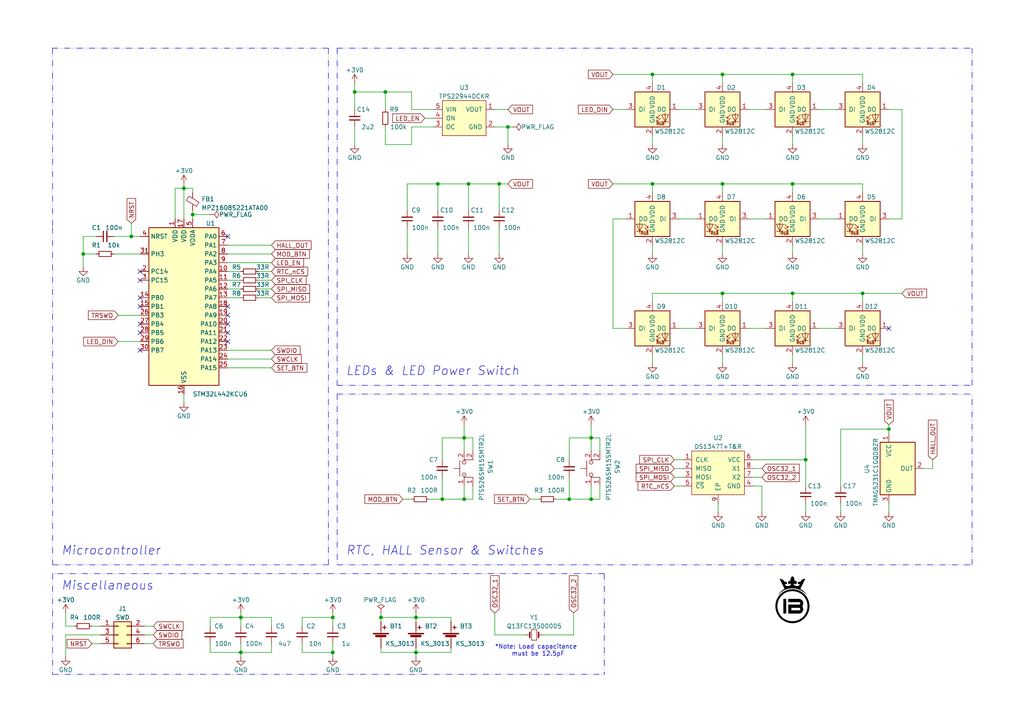
<source format=kicad_sch>
(kicad_sch (version 20230121) (generator eeschema)
  (paper "A4")
  (title_block (title "LED Fidget Spinner") (date "2023-04-24") (rev "1.0") (company "IB"))
  (lib_symbols
    (symbol "Connector_Generic:Conn_02x03_Odd_Even" (pin_names (offset 1.016) hide)
      (property "Reference" "J" (at 1.27 5.08 0))
      (property "Value" "Conn_02x03_Odd_Even" (at 1.27 -5.08 0))
      (symbol "Conn_02x03_Odd_Even_1_1"
        (rectangle (start -1.27 -2.413) (end 0 -2.667) (stroke (width 0.1524)))
        (rectangle (start -1.27 0.127) (end 0 -0.127) (stroke (width 0.1524)))
        (rectangle (start -1.27 2.667) (end 0 2.413) (stroke (width 0.1524)))
        (rectangle (start -1.27 3.81) (end 3.81 -3.81) (stroke (width 0.254)) (fill (type background)))
        (rectangle (start 3.81 -2.413) (end 2.54 -2.667) (stroke (width 0.1524)))
        (rectangle (start 3.81 0.127) (end 2.54 -0.127) (stroke (width 0.1524)))
        (rectangle (start 3.81 2.667) (end 2.54 2.413) (stroke (width 0.1524)))
        (pin passive line (at -5.08 2.54 0) (length 3.81) (name "Pin_1") (number "1"))
        (pin passive line (at 7.62 2.54 180) (length 3.81) (name "Pin_2") (number "2"))
        (pin passive line (at -5.08 0 0) (length 3.81) (name "Pin_3") (number "3"))
        (pin passive line (at 7.62 0 180) (length 3.81) (name "Pin_4") (number "4"))
        (pin passive line (at -5.08 -2.54 0) (length 3.81) (name "Pin_5") (number "5"))
        (pin passive line (at 7.62 -2.54 180) (length 3.81) (name "Pin_6") (number "6"))
      )
    )
    (symbol "Device:Battery_Cell" (pin_numbers hide) (pin_names (offset 0) hide)
      (property "Reference" "BT" (at 2.54 2.54 0))
      (property "Value" "Battery_Cell" (at 2.54 0 0))
      (symbol "Battery_Cell_0_1"
        (rectangle (start -2.286 1.778) (end 2.286 1.524) (fill (type outline)))
        (rectangle (start -1.5748 1.1938) (end 1.4732 0.6858) (fill (type outline)))
        (polyline (pts (xy 0 0.762) (xy 0 0)))
        (polyline (pts (xy 0 1.778) (xy 0 2.54)))
        (polyline (pts (xy 0.508 3.429) (xy 1.524 3.429)) (stroke (width 0.254)))
        (polyline (pts (xy 1.016 3.937) (xy 1.016 2.921)) (stroke (width 0.254)))
      )
      (symbol "Battery_Cell_1_1"
        (pin passive line (at 0 5.08 270) (length 2.54) (name "+") (number "1"))
        (pin passive line (at 0 -2.54 90) (length 2.54) (name "-") (number "2"))
      )
    )
    (symbol "Device:C_Small" (pin_numbers hide) (pin_names (offset 0.254) hide)
      (property "Reference" "C" (at 0.254 1.778 0))
      (property "Value" "C_Small" (at 0.254 -2.032 0))
      (symbol "C_Small_0_1"
        (polyline (pts (xy -1.524 -0.508) (xy 1.524 -0.508)) (stroke (width 0.3302)))
        (polyline (pts (xy -1.524 0.508) (xy 1.524 0.508)) (stroke (width 0.3048)))
      )
      (symbol "C_Small_1_1"
        (pin passive line (at 0 2.54 270) (length 2.032) (name "~") (number "1"))
        (pin passive line (at 0 -2.54 90) (length 2.032) (name "~") (number "2"))
      )
    )
    (symbol "Device:Crystal_Small" (pin_numbers hide) (pin_names (offset 1.016) hide)
      (property "Reference" "Y" (at 0 2.54 0))
      (property "Value" "Crystal_Small" (at 0 -2.54 0))
      (symbol "Crystal_Small_0_1"
        (rectangle (start -0.762 -1.524) (end 0.762 1.524))
        (polyline (pts (xy -1.27 -0.762) (xy -1.27 0.762)) (stroke (width 0.381)))
        (polyline (pts (xy 1.27 -0.762) (xy 1.27 0.762)) (stroke (width 0.381)))
      )
      (symbol "Crystal_Small_1_1"
        (pin passive line (at -2.54 0 0) (length 1.27) (name "1") (number "1"))
        (pin passive line (at 2.54 0 180) (length 1.27) (name "2") (number "2"))
      )
    )
    (symbol "Device:FerriteBead_Small" (pin_numbers hide) (pin_names (offset 0))
      (property "Reference" "FB" (at 1.905 1.27 0))
      (property "Value" "FerriteBead_Small" (at 1.905 -1.27 0))
      (symbol "FerriteBead_Small_0_1"
        (polyline (pts (xy 0 -1.27) (xy 0 -0.7874)))
        (polyline (pts (xy 0 0.889) (xy 0 1.2954)))
        (polyline (pts (xy -1.8288 0.2794) (xy -1.1176 1.4986) (xy 1.8288 -0.2032) (xy 1.1176 -1.4224) (xy -1.8288 0.2794)))
      )
      (symbol "FerriteBead_Small_1_1"
        (pin passive line (at 0 2.54 270) (length 1.27) (name "~") (number "1"))
        (pin passive line (at 0 -2.54 90) (length 1.27) (name "~") (number "2"))
      )
    )
    (symbol "Device:R_Small" (pin_numbers hide) (pin_names (offset 0.254) hide)
      (property "Reference" "R" (at 0.762 0.508 0))
      (property "Value" "R_Small" (at 0.762 -1.016 0))
      (symbol "R_Small_0_1"
        (rectangle (start -0.762 1.778) (end 0.762 -1.778) (stroke (width 0.2032)))
      )
      (symbol "R_Small_1_1"
        (pin passive line (at 0 2.54 270) (length 0.762) (name "~") (number "1"))
        (pin passive line (at 0 -2.54 90) (length 0.762) (name "~") (number "2"))
      )
    )
    (symbol "KiCadCustom:DS1347" (pin_names (offset 1.016))
      (property "Reference" "U" (at 0 7.62 0))
      (property "Value" "DS1347" (at 3.81 -7.62 0))
      (symbol "DS1347_0_1"
        (rectangle (start -7.62 6.35) (end 7.62 -6.35) (fill (type background)))
      )
      (symbol "DS1347_1_1"
        (pin input line (at -10.16 3.81 0) (length 2.54) (name "CLK") (number "1"))
        (pin bidirectional line (at -10.16 1.27 0) (length 2.54) (name "MISO") (number "2"))
        (pin input line (at -10.16 -1.27 0) (length 2.54) (name "MOSI") (number "3"))
        (pin power_in line (at 10.16 -3.81 180) (length 2.54) (name "GND") (number "4"))
        (pin input line (at -10.16 -3.81 0) (length 2.54) (name "~{CS}") (number "5"))
        (pin power_in line (at 10.16 3.81 180) (length 2.54) (name "VCC") (number "6"))
        (pin bidirectional line (at 10.16 -1.27 180) (length 2.54) (name "X2") (number "7"))
        (pin bidirectional line (at 10.16 1.27 180) (length 2.54) (name "X1") (number "8"))
        (pin passive line (at 0 -8.89 90) (length 2.54) (name "EP") (number "9"))
      )
    )
    (symbol "KiCadCustom:TPS22944DCKR" (pin_names (offset 1.016))
      (property "Reference" "U" (at 0 6.35 0))
      (property "Value" "TPS22944DCKR" (at 0 -6.35 0))
      (symbol "TPS22944DCKR_0_1"
        (rectangle (start -6.35 5.08) (end 6.35 -5.08) (fill (type background)))
      )
      (symbol "TPS22944DCKR_1_1"
        (pin power_out line (at 8.89 2.54 180) (length 2.54) (name "VOUT") (number "1"))
        (pin power_in line (at 8.89 -2.54 180) (length 2.54) (name "GND") (number "2"))
        (pin open_collector line (at -8.89 -2.54 0) (length 2.54) (name "OC") (number "3"))
        (pin input line (at -8.89 0 0) (length 2.54) (name "ON") (number "4"))
        (pin power_in line (at -8.89 2.54 0) (length 2.54) (name "VIN") (number "5"))
      )
    )
    (symbol "KiCadCustom:WS2812C" (pin_names (offset 1.016))
      (property "Reference" "D" (at 1.27 6.35 0))
      (property "Value" "WS2812C" (at 5.08 -6.35 0))
      (symbol "WS2812C_1_1"
        (polyline (pts (xy 1.27 -3.556) (xy 1.778 -3.556)))
        (polyline (pts (xy 1.27 -2.54) (xy 1.778 -2.54)))
        (polyline (pts (xy 4.699 -3.556) (xy 2.667 -3.556)))
        (polyline (pts (xy 2.286 -2.54) (xy 1.27 -3.556) (xy 1.27 -3.048)))
        (polyline (pts (xy 2.286 -1.524) (xy 1.27 -2.54) (xy 1.27 -2.032)))
        (polyline (pts (xy 3.683 -1.016) (xy 3.683 -3.556) (xy 3.683 -4.064)))
        (polyline (pts (xy 4.699 -1.524) (xy 2.667 -1.524) (xy 3.683 -3.556) (xy 4.699 -1.524)))
        (rectangle (start 5.08 5.08) (end -5.08 -5.08) (stroke (width 0.254)) (fill (type background)))
        (text "RGB" (at 2.286 -4.191 0) (effects (font (size 0.762 0.762))))
        (pin output line (at 7.62 0 180) (length 2.54) (name "DO") (number "1"))
        (pin power_in line (at 0 -7.62 90) (length 2.54) (name "GND") (number "2"))
        (pin input line (at -7.62 0 0) (length 2.54) (name "DI") (number "3"))
        (pin power_in line (at 0 7.62 270) (length 2.54) (name "VDD") (number "4"))
      )
    )
    (symbol "MCU_ST_STM32L4:STM32L442KCUx"
      (property "Reference" "U" (at -10.16 24.13 0))
      (property "Value" "STM32L442KCUx" (at 5.08 24.13 0))
      (symbol "STM32L442KCUx_0_1"
        (rectangle (start -10.16 -22.86) (end 10.16 22.86) (stroke (width 0.254)) (fill (type background)))
      )
      (symbol "STM32L442KCUx_1_1"
        (pin power_in line (at -2.54 25.4 270) (length 2.54) (name "VDD") (number "1"))
        (pin bidirectional line (at 12.7 10.16 180) (length 2.54) (name "PA4") (number "10"))
        (pin bidirectional line (at 12.7 7.62 180) (length 2.54) (name "PA5") (number "11"))
        (pin bidirectional line (at 12.7 5.08 180) (length 2.54) (name "PA6") (number "12"))
        (pin bidirectional line (at 12.7 2.54 180) (length 2.54) (name "PA7") (number "13"))
        (pin bidirectional line (at -12.7 2.54 0) (length 2.54) (name "PB0") (number "14"))
        (pin bidirectional line (at -12.7 0 0) (length 2.54) (name "PB1") (number "15"))
        (pin power_in line (at 0 -25.4 90) (length 2.54) (name "VSS") (number "16"))
        (pin power_in line (at 0 25.4 270) (length 2.54) (name "VDD") (number "17"))
        (pin bidirectional line (at 12.7 0 180) (length 2.54) (name "PA8") (number "18"))
        (pin bidirectional line (at 12.7 -2.54 180) (length 2.54) (name "PA9") (number "19"))
        (pin bidirectional line (at -12.7 10.16 0) (length 2.54) (name "PC14") (number "2"))
        (pin bidirectional line (at 12.7 -5.08 180) (length 2.54) (name "PA10") (number "20"))
        (pin bidirectional line (at 12.7 -7.62 180) (length 2.54) (name "PA11") (number "21"))
        (pin bidirectional line (at 12.7 -10.16 180) (length 2.54) (name "PA12") (number "22"))
        (pin bidirectional line (at 12.7 -12.7 180) (length 2.54) (name "PA13") (number "23"))
        (pin bidirectional line (at 12.7 -15.24 180) (length 2.54) (name "PA14") (number "24"))
        (pin bidirectional line (at 12.7 -17.78 180) (length 2.54) (name "PA15") (number "25"))
        (pin bidirectional line (at -12.7 -2.54 0) (length 2.54) (name "PB3") (number "26"))
        (pin bidirectional line (at -12.7 -5.08 0) (length 2.54) (name "PB4") (number "27"))
        (pin bidirectional line (at -12.7 -7.62 0) (length 2.54) (name "PB5") (number "28"))
        (pin bidirectional line (at -12.7 -10.16 0) (length 2.54) (name "PB6") (number "29"))
        (pin bidirectional line (at -12.7 7.62 0) (length 2.54) (name "PC15") (number "3"))
        (pin bidirectional line (at -12.7 -12.7 0) (length 2.54) (name "PB7") (number "30"))
        (pin bidirectional line (at -12.7 15.24 0) (length 2.54) (name "PH3") (number "31"))
        (pin passive line (at 0 -25.4 90) (length 2.54) hide (name "VSS") (number "32"))
        (pin passive line (at 0 -25.4 90) (length 2.54) hide (name "VSS") (number "33"))
        (pin input line (at -12.7 20.32 0) (length 2.54) (name "NRST") (number "4"))
        (pin power_in line (at 2.54 25.4 270) (length 2.54) (name "VDDA") (number "5"))
        (pin bidirectional line (at 12.7 20.32 180) (length 2.54) (name "PA0") (number "6"))
        (pin bidirectional line (at 12.7 17.78 180) (length 2.54) (name "PA1") (number "7"))
        (pin bidirectional line (at 12.7 15.24 180) (length 2.54) (name "PA2") (number "8"))
        (pin bidirectional line (at 12.7 12.7 180) (length 2.54) (name "PA3") (number "9"))
      )
    )
    (symbol "SW_MEC_5E_1" (pin_names (offset 1.016) hide)
      (property "Reference" "SW1" (at 5.08 2.54 0))
      (property "Value" "PTS526SM15SMTR2L" (at 2.54 10.16 0))
      (symbol "SW_MEC_5E_1_0_1"
        (circle (center -1.778 2.54) (radius 0.508))
        (polyline (pts (xy -2.286 3.81) (xy 2.286 3.81)))
        (polyline (pts (xy 0 3.81) (xy 0 5.588)))
        (polyline (pts (xy -2.54 0) (xy -2.54 2.54) (xy -2.286 2.54)))
        (polyline (pts (xy 2.54 0) (xy 2.54 2.54) (xy 2.286 2.54)))
        (circle (center 1.778 2.54) (radius 0.508))
        (pin passive line (at -5.08 0 0) (length 2.54) (name "1") (number "1"))
        (pin passive line (at -5.08 2.54 0) (length 2.54) (name "1") (number "1"))
        (pin passive line (at 5.08 0 180) (length 2.54) (name "2") (number "2"))
        (pin passive line (at 5.08 2.54 180) (length 2.54) (name "2") (number "2"))
      )
    )
    (symbol "Sensor_Magnetic:DRV5033AJxDBZ"
      (property "Reference" "U" (at 2.54 12.7 0))
      (property "Value" "DRV5033AJxDBZ" (at 2.54 10.16 0))
      (symbol "DRV5033AJxDBZ_1_1"
        (rectangle (start -5.08 7.62) (end 5.08 -7.62) (stroke (width 0.254)) (fill (type background)))
        (pin power_in line (at -2.54 10.16 270) (length 2.54) (name "VCC") (number "1"))
        (pin output line (at 7.62 0 180) (length 2.54) (name "OUT") (number "2"))
        (pin power_in line (at -2.54 -10.16 90) (length 2.54) (name "GND") (number "3"))
      )
    )
    (symbol "Switch:SW_MEC_5E" (pin_names (offset 1.016) hide)
      (property "Reference" "SW2" (at 5.08 2.54 0))
      (property "Value" "PTS526SM15SMTR2L" (at 2.54 10.16 0))
      (symbol "SW_MEC_5E_0_1"
        (circle (center -1.778 2.54) (radius 0.508))
        (polyline (pts (xy -2.286 3.81) (xy 2.286 3.81)))
        (polyline (pts (xy 0 3.81) (xy 0 5.588)))
        (polyline (pts (xy -2.54 0) (xy -2.54 2.54) (xy -2.286 2.54)))
        (polyline (pts (xy 2.54 0) (xy 2.54 2.54) (xy 2.286 2.54)))
        (circle (center 1.778 2.54) (radius 0.508))
        (pin passive line (at -5.08 0 0) (length 2.54) (name "1") (number "1"))
        (pin passive line (at -5.08 2.54 0) (length 2.54) (name "1") (number "1"))
        (pin passive line (at 5.08 0 180) (length 2.54) (name "2") (number "2"))
        (pin passive line (at 5.08 2.54 180) (length 2.54) (name "2") (number "2"))
      )
    )
    (symbol "power:+3V0" (power) (pin_names (offset 0))
      (property "Value" "+3V0" (at 0 3.556 0))
      (symbol "+3V0_0_1"
        (polyline (pts (xy -0.762 1.27) (xy 0 2.54)))
        (polyline (pts (xy 0 0) (xy 0 2.54)))
        (polyline (pts (xy 0 2.54) (xy 0.762 1.27)))
      )
      (symbol "+3V0_1_1"
        (pin power_in line (at 0 0 90) (length 0) hide (name "+3V0") (number "1"))
      )
    )
    (symbol "power:GND" (power) (pin_names (offset 0))
      (property "Value" "GND" (at 0 -3.81 0))
      (symbol "GND_0_1"
        (polyline (pts (xy 0 0) (xy 0 -1.27) (xy 1.27 -1.27) (xy 0 -2.54) (xy -1.27 -1.27) (xy 0 -1.27)))
      )
      (symbol "GND_1_1"
        (pin power_in line (at 0 0 270) (length 0) hide (name "GND") (number "1"))
      )
    )
    (symbol "power:PWR_FLAG" (power) (pin_numbers hide) (pin_names (offset 0) hide)
      (property "Value" "PWR_FLAG" (at 0 3.81 0))
      (symbol "PWR_FLAG_0_0"
        (pin power_out line (at 0 0 90) (length 0) (name "pwr") (number "1"))
      )
      (symbol "PWR_FLAG_0_1"
        (polyline (pts (xy 0 0) (xy 0 1.27) (xy -1.016 1.905) (xy 0 2.54) (xy 1.016 1.905) (xy 0 1.27)))
      )
    )
  )
  (junction (at 171.45 127))
  (junction (at 189.23 21.59))
  (junction (at 135.89 53.34))
  (junction (at 102.87 26.67))
  (junction (at 120.65 189.23))
  (junction (at 24.13 73.66))
  (junction (at 55.88 62.23))
  (junction (at 147.32 36.83))
  (junction (at 171.45 144.78))
  (junction (at 69.85 179.07))
  (junction (at 229.87 53.34))
  (junction (at 120.65 179.07))
  (junction (at 209.55 21.59))
  (junction (at 96.52 179.07))
  (junction (at 257.81 124.46))
  (junction (at 134.62 144.78))
  (junction (at 165.1 144.78))
  (junction (at 111.76 26.67))
  (junction (at 189.23 53.34))
  (junction (at 229.87 21.59))
  (junction (at 209.55 53.34))
  (junction (at 96.52 189.23))
  (junction (at 134.62 127))
  (junction (at 127 53.34))
  (junction (at 53.34 54.61))
  (junction (at 144.78 53.34))
  (junction (at 209.55 85.09))
  (junction (at 69.85 189.23))
  (junction (at 229.87 85.09))
  (junction (at 38.1 68.58))
  (junction (at 250.19 85.09))
  (junction (at 128.27 144.78))
  (junction (at 233.68 133.35))
  (junction (at 110.49 179.07))
  (no_connect (at 40.64 86.36))
  (no_connect (at 40.64 81.28))
  (no_connect (at 66.04 96.52))
  (no_connect (at 66.04 68.58))
  (no_connect (at 66.04 99.06))
  (no_connect (at 40.64 88.9))
  (no_connect (at 40.64 101.6))
  (no_connect (at 40.64 96.52))
  (no_connect (at 257.81 95.25))
  (no_connect (at 40.64 93.98))
  (no_connect (at 66.04 88.9))
  (no_connect (at 40.64 78.74))
  (no_connect (at 66.04 93.98))
  (no_connect (at 66.04 91.44))
  (wire (pts (xy 134.62 127) (xy 137.16 127)))
  (wire (pts (xy 147.32 36.83) (xy 147.32 41.91)))
  (wire (pts (xy 229.87 71.12) (xy 229.87 73.66)))
  (wire (pts (xy 127 53.34) (xy 127 60.96)))
  (polyline (pts (xy 97.79 114.3) (xy 281.94 114.3)) (stroke (width 0) (type dash_dot_dot)))
  (wire (pts (xy 120.65 179.07) (xy 130.81 179.07)))
  (wire (pts (xy 171.45 144.78) (xy 171.45 140.97)))
  (wire (pts (xy 128.27 127) (xy 134.62 127)))
  (polyline (pts (xy 15.24 66.04) (xy 15.24 163.83)) (stroke (width 0) (type dash_dot_dot)))
  (wire (pts (xy 130.81 189.23) (xy 120.65 189.23)))
  (polyline (pts (xy 175.26 166.37) (xy 15.24 166.37)) (stroke (width 0) (type dash_dot_dot)))
  (wire (pts (xy 102.87 24.13) (xy 102.87 26.67)))
  (wire (pts (xy 116.84 144.78) (xy 119.38 144.78)))
  (wire (pts (xy 96.52 186.69) (xy 96.52 189.23)))
  (wire (pts (xy 38.1 68.58) (xy 40.64 68.58)))
  (wire (pts (xy 66.04 78.74) (xy 69.85 78.74)))
  (polyline (pts (xy 175.26 166.37) (xy 175.26 195.58)) (stroke (width 0) (type dash_dot_dot)))
  (wire (pts (xy 166.37 184.15) (xy 157.48 184.15)))
  (wire (pts (xy 143.51 36.83) (xy 147.32 36.83)))
  (wire (pts (xy 250.19 85.09) (xy 261.62 85.09)))
  (wire (pts (xy 171.45 144.78) (xy 173.99 144.78)))
  (polyline (pts (xy 281.94 111.76) (xy 281.94 13.97)) (stroke (width 0) (type dash_dot_dot)))
  (wire (pts (xy 69.85 189.23) (xy 78.74 189.23)))
  (wire (pts (xy 119.38 26.67) (xy 119.38 31.75)))
  (wire (pts (xy 96.52 179.07) (xy 96.52 181.61)))
  (wire (pts (xy 55.88 62.23) (xy 60.96 62.23)))
  (wire (pts (xy 250.19 55.88) (xy 250.19 53.34)))
  (wire (pts (xy 53.34 54.61) (xy 55.88 54.61)))
  (wire (pts (xy 87.63 189.23) (xy 96.52 189.23)))
  (wire (pts (xy 165.1 144.78) (xy 171.45 144.78)))
  (wire (pts (xy 261.62 31.75) (xy 261.62 63.5)))
  (wire (pts (xy 233.68 133.35) (xy 233.68 140.97)))
  (wire (pts (xy 217.17 31.75) (xy 222.25 31.75)))
  (wire (pts (xy 233.68 146.05) (xy 233.68 148.59)))
  (wire (pts (xy 87.63 179.07) (xy 87.63 181.61)))
  (wire (pts (xy 78.74 186.69) (xy 78.74 189.23)))
  (wire (pts (xy 257.81 63.5) (xy 261.62 63.5)))
  (polyline (pts (xy 97.79 163.83) (xy 281.94 163.83)) (stroke (width 0) (type dash_dot_dot)))
  (wire (pts (xy 171.45 127) (xy 173.99 127)))
  (wire (pts (xy 209.55 39.37) (xy 209.55 41.91)))
  (wire (pts (xy 66.04 71.12) (xy 78.74 71.12)))
  (wire (pts (xy 27.94 68.58) (xy 24.13 68.58)))
  (wire (pts (xy 209.55 21.59) (xy 229.87 21.59)))
  (wire (pts (xy 60.96 179.07) (xy 60.96 181.61)))
  (wire (pts (xy 237.49 95.25) (xy 242.57 95.25)))
  (wire (pts (xy 110.49 187.96) (xy 110.49 189.23)))
  (wire (pts (xy 60.96 189.23) (xy 69.85 189.23)))
  (wire (pts (xy 189.23 85.09) (xy 209.55 85.09)))
  (wire (pts (xy 177.8 21.59) (xy 189.23 21.59)))
  (wire (pts (xy 144.78 66.04) (xy 144.78 73.66)))
  (polyline (pts (xy 97.79 13.97) (xy 97.79 111.76)) (stroke (width 0) (type dash_dot_dot)))
  (wire (pts (xy 19.05 184.15) (xy 19.05 190.5)))
  (wire (pts (xy 144.78 60.96) (xy 144.78 53.34)))
  (wire (pts (xy 110.49 180.34) (xy 110.49 179.07)))
  (wire (pts (xy 66.04 104.14) (xy 78.74 104.14)))
  (wire (pts (xy 208.28 146.05) (xy 208.28 148.59)))
  (wire (pts (xy 74.93 83.82) (xy 78.74 83.82)))
  (polyline (pts (xy 15.24 163.83) (xy 95.25 163.83)) (stroke (width 0) (type dash_dot_dot)))
  (wire (pts (xy 177.8 31.75) (xy 181.61 31.75)))
  (wire (pts (xy 134.62 127) (xy 134.62 130.81)))
  (wire (pts (xy 134.62 144.78) (xy 134.62 140.97)))
  (wire (pts (xy 69.85 179.07) (xy 69.85 181.61)))
  (wire (pts (xy 250.19 85.09) (xy 250.19 87.63)))
  (wire (pts (xy 189.23 71.12) (xy 189.23 73.66)))
  (wire (pts (xy 102.87 26.67) (xy 111.76 26.67)))
  (wire (pts (xy 87.63 186.69) (xy 87.63 189.23)))
  (wire (pts (xy 135.89 53.34) (xy 135.89 60.96)))
  (wire (pts (xy 173.99 130.81) (xy 173.99 127)))
  (wire (pts (xy 74.93 86.36) (xy 78.74 86.36)))
  (wire (pts (xy 173.99 140.97) (xy 173.99 144.78)))
  (wire (pts (xy 34.29 99.06) (xy 40.64 99.06)))
  (wire (pts (xy 55.88 62.23) (xy 55.88 63.5)))
  (wire (pts (xy 134.62 144.78) (xy 137.16 144.78)))
  (wire (pts (xy 123.19 34.29) (xy 125.73 34.29)))
  (wire (pts (xy 137.16 140.97) (xy 137.16 144.78)))
  (wire (pts (xy 250.19 71.12) (xy 250.19 73.66)))
  (wire (pts (xy 124.46 144.78) (xy 128.27 144.78)))
  (wire (pts (xy 55.88 60.96) (xy 55.88 62.23)))
  (wire (pts (xy 243.84 140.97) (xy 243.84 124.46)))
  (wire (pts (xy 120.65 177.8) (xy 120.65 179.07)))
  (wire (pts (xy 144.78 53.34) (xy 135.89 53.34)))
  (wire (pts (xy 189.23 102.87) (xy 189.23 105.41)))
  (polyline (pts (xy 97.79 114.3) (xy 97.79 163.83)) (stroke (width 0) (type dash_dot_dot)))
  (wire (pts (xy 119.38 41.91) (xy 111.76 41.91)))
  (wire (pts (xy 21.59 181.61) (xy 19.05 181.61)))
  (wire (pts (xy 110.49 179.07) (xy 120.65 179.07)))
  (wire (pts (xy 189.23 24.13) (xy 189.23 21.59)))
  (wire (pts (xy 137.16 130.81) (xy 137.16 127)))
  (wire (pts (xy 128.27 138.43) (xy 128.27 144.78)))
  (wire (pts (xy 120.65 179.07) (xy 120.65 180.34)))
  (wire (pts (xy 87.63 179.07) (xy 96.52 179.07)))
  (wire (pts (xy 53.34 53.34) (xy 53.34 54.61)))
  (wire (pts (xy 111.76 36.83) (xy 111.76 41.91)))
  (polyline (pts (xy 15.24 13.97) (xy 15.24 66.04)) (stroke (width 0) (type dash_dot_dot)))
  (wire (pts (xy 209.55 102.87) (xy 209.55 105.41)))
  (wire (pts (xy 229.87 39.37) (xy 229.87 41.91)))
  (wire (pts (xy 229.87 21.59) (xy 250.19 21.59)))
  (wire (pts (xy 120.65 187.96) (xy 120.65 189.23)))
  (wire (pts (xy 125.73 31.75) (xy 119.38 31.75)))
  (wire (pts (xy 152.4 184.15) (xy 143.51 184.15)))
  (wire (pts (xy 209.55 21.59) (xy 209.55 24.13)))
  (wire (pts (xy 34.29 91.44) (xy 40.64 91.44)))
  (wire (pts (xy 195.58 138.43) (xy 198.12 138.43)))
  (wire (pts (xy 120.65 189.23) (xy 120.65 190.5)))
  (wire (pts (xy 66.04 83.82) (xy 69.85 83.82)))
  (wire (pts (xy 135.89 66.04) (xy 135.89 73.66)))
  (wire (pts (xy 229.87 53.34) (xy 209.55 53.34)))
  (wire (pts (xy 130.81 187.96) (xy 130.81 189.23)))
  (polyline (pts (xy 281.94 163.83) (xy 281.94 114.3)) (stroke (width 0) (type dash_dot_dot)))
  (wire (pts (xy 96.52 177.8) (xy 96.52 179.07)))
  (wire (pts (xy 69.85 177.8) (xy 69.85 179.07)))
  (wire (pts (xy 66.04 106.68) (xy 78.74 106.68)))
  (wire (pts (xy 134.62 123.19) (xy 134.62 127)))
  (wire (pts (xy 41.91 181.61) (xy 44.45 181.61)))
  (wire (pts (xy 220.98 140.97) (xy 220.98 148.59)))
  (wire (pts (xy 189.23 87.63) (xy 189.23 85.09)))
  (wire (pts (xy 118.11 53.34) (xy 118.11 60.96)))
  (polyline (pts (xy 15.24 166.37) (xy 15.24 195.58)) (stroke (width 0) (type dash_dot_dot)))
  (wire (pts (xy 177.8 53.34) (xy 189.23 53.34)))
  (wire (pts (xy 257.81 146.05) (xy 257.81 148.59)))
  (wire (pts (xy 165.1 133.35) (xy 165.1 127)))
  (wire (pts (xy 209.55 71.12) (xy 209.55 73.66)))
  (wire (pts (xy 209.55 53.34) (xy 189.23 53.34)))
  (wire (pts (xy 60.96 186.69) (xy 60.96 189.23)))
  (wire (pts (xy 195.58 140.97) (xy 198.12 140.97)))
  (wire (pts (xy 209.55 53.34) (xy 209.55 55.88)))
  (wire (pts (xy 237.49 31.75) (xy 242.57 31.75)))
  (wire (pts (xy 125.73 36.83) (xy 119.38 36.83)))
  (polyline (pts (xy 15.24 195.58) (xy 175.26 195.58)) (stroke (width 0) (type dash_dot_dot)))
  (wire (pts (xy 257.81 123.19) (xy 257.81 124.46)))
  (wire (pts (xy 189.23 21.59) (xy 209.55 21.59)))
  (wire (pts (xy 41.91 186.69) (xy 44.45 186.69)))
  (wire (pts (xy 66.04 101.6) (xy 78.74 101.6)))
  (wire (pts (xy 74.93 78.74) (xy 78.74 78.74)))
  (wire (pts (xy 209.55 85.09) (xy 209.55 87.63)))
  (wire (pts (xy 53.34 114.3) (xy 53.34 116.84)))
  (wire (pts (xy 177.8 95.25) (xy 181.61 95.25)))
  (wire (pts (xy 217.17 95.25) (xy 222.25 95.25)))
  (wire (pts (xy 102.87 26.67) (xy 102.87 31.75)))
  (wire (pts (xy 111.76 26.67) (xy 111.76 31.75)))
  (wire (pts (xy 55.88 55.88) (xy 55.88 54.61)))
  (wire (pts (xy 119.38 36.83) (xy 119.38 41.91)))
  (wire (pts (xy 118.11 66.04) (xy 118.11 73.66)))
  (wire (pts (xy 33.02 73.66) (xy 40.64 73.66)))
  (wire (pts (xy 24.13 73.66) (xy 24.13 77.47)))
  (wire (pts (xy 24.13 68.58) (xy 24.13 73.66)))
  (wire (pts (xy 161.29 144.78) (xy 165.1 144.78)))
  (wire (pts (xy 166.37 177.8) (xy 166.37 184.15)))
  (wire (pts (xy 19.05 181.61) (xy 19.05 177.8)))
  (wire (pts (xy 26.67 181.61) (xy 29.21 181.61)))
  (wire (pts (xy 144.78 53.34) (xy 147.32 53.34)))
  (wire (pts (xy 130.81 179.07) (xy 130.81 180.34)))
  (wire (pts (xy 33.02 68.58) (xy 38.1 68.58)))
  (wire (pts (xy 229.87 102.87) (xy 229.87 105.41)))
  (wire (pts (xy 143.51 184.15) (xy 143.51 177.8)))
  (wire (pts (xy 53.34 54.61) (xy 53.34 63.5)))
  (wire (pts (xy 242.57 63.5) (xy 237.49 63.5)))
  (polyline (pts (xy 95.25 163.83) (xy 95.25 66.04)) (stroke (width 0) (type dash_dot_dot)))
  (wire (pts (xy 165.1 138.43) (xy 165.1 144.78)))
  (wire (pts (xy 189.23 53.34) (xy 189.23 55.88)))
  (wire (pts (xy 66.04 76.2) (xy 78.74 76.2)))
  (wire (pts (xy 195.58 133.35) (xy 198.12 133.35)))
  (wire (pts (xy 69.85 179.07) (xy 60.96 179.07)))
  (wire (pts (xy 250.19 39.37) (xy 250.19 41.91)))
  (wire (pts (xy 24.13 73.66) (xy 27.94 73.66)))
  (wire (pts (xy 243.84 146.05) (xy 243.84 148.59)))
  (wire (pts (xy 128.27 133.35) (xy 128.27 127)))
  (wire (pts (xy 195.58 135.89) (xy 198.12 135.89)))
  (wire (pts (xy 110.49 177.8) (xy 110.49 179.07)))
  (wire (pts (xy 147.32 36.83) (xy 148.59 36.83)))
  (wire (pts (xy 165.1 127) (xy 171.45 127)))
  (wire (pts (xy 78.74 179.07) (xy 69.85 179.07)))
  (wire (pts (xy 135.89 53.34) (xy 127 53.34)))
  (wire (pts (xy 250.19 53.34) (xy 229.87 53.34)))
  (wire (pts (xy 177.8 63.5) (xy 177.8 95.25)))
  (wire (pts (xy 96.52 189.23) (xy 96.52 190.5)))
  (wire (pts (xy 201.93 63.5) (xy 196.85 63.5)))
  (wire (pts (xy 196.85 31.75) (xy 201.93 31.75)))
  (wire (pts (xy 257.81 124.46) (xy 257.81 125.73)))
  (wire (pts (xy 41.91 184.15) (xy 44.45 184.15)))
  (wire (pts (xy 229.87 85.09) (xy 250.19 85.09)))
  (wire (pts (xy 243.84 124.46) (xy 257.81 124.46)))
  (wire (pts (xy 171.45 123.19) (xy 171.45 127)))
  (wire (pts (xy 189.23 39.37) (xy 189.23 41.91)))
  (wire (pts (xy 66.04 81.28) (xy 69.85 81.28)))
  (wire (pts (xy 143.51 31.75) (xy 147.32 31.75)))
  (wire (pts (xy 196.85 95.25) (xy 201.93 95.25)))
  (wire (pts (xy 128.27 144.78) (xy 134.62 144.78)))
  (wire (pts (xy 181.61 63.5) (xy 177.8 63.5)))
  (wire (pts (xy 218.44 133.35) (xy 233.68 133.35)))
  (wire (pts (xy 250.19 102.87) (xy 250.19 105.41)))
  (wire (pts (xy 102.87 36.83) (xy 102.87 41.91)))
  (wire (pts (xy 209.55 85.09) (xy 229.87 85.09)))
  (wire (pts (xy 26.67 186.69) (xy 29.21 186.69)))
  (wire (pts (xy 222.25 63.5) (xy 217.17 63.5)))
  (wire (pts (xy 69.85 186.69) (xy 69.85 189.23)))
  (wire (pts (xy 50.8 54.61) (xy 53.34 54.61)))
  (wire (pts (xy 66.04 73.66) (xy 78.74 73.66)))
  (wire (pts (xy 229.87 53.34) (xy 229.87 55.88)))
  (wire (pts (xy 127 53.34) (xy 118.11 53.34)))
  (wire (pts (xy 111.76 26.67) (xy 119.38 26.67)))
  (wire (pts (xy 270.51 135.89) (xy 270.51 133.35)))
  (wire (pts (xy 74.93 81.28) (xy 78.74 81.28)))
  (wire (pts (xy 218.44 135.89) (xy 220.98 135.89)))
  (polyline (pts (xy 97.79 13.97) (xy 281.94 13.97)) (stroke (width 0) (type dash_dot_dot)))
  (wire (pts (xy 153.67 144.78) (xy 156.21 144.78)))
  (wire (pts (xy 233.68 123.19) (xy 233.68 133.35)))
  (wire (pts (xy 250.19 21.59) (xy 250.19 24.13)))
  (wire (pts (xy 69.85 189.23) (xy 69.85 190.5)))
  (wire (pts (xy 171.45 127) (xy 171.45 130.81)))
  (wire (pts (xy 78.74 181.61) (xy 78.74 179.07)))
  (wire (pts (xy 267.97 135.89) (xy 270.51 135.89)))
  (polyline (pts (xy 97.79 111.76) (xy 281.94 111.76)) (stroke (width 0) (type dash_dot_dot)))
  (wire (pts (xy 66.04 86.36) (xy 69.85 86.36)))
  (wire (pts (xy 218.44 138.43) (xy 220.98 138.43)))
  (wire (pts (xy 38.1 64.77) (xy 38.1 68.58)))
  (polyline (pts (xy 95.25 13.97) (xy 15.24 13.97)) (stroke (width 0) (type dash_dot_dot)))
  (wire (pts (xy 257.81 31.75) (xy 261.62 31.75)))
  (wire (pts (xy 127 66.04) (xy 127 73.66)))
  (wire (pts (xy 110.49 189.23) (xy 120.65 189.23)))
  (wire (pts (xy 218.44 140.97) (xy 220.98 140.97)))
  (wire (pts (xy 50.8 63.5) (xy 50.8 54.61)))
  (wire (pts (xy 229.87 85.09) (xy 229.87 87.63)))
  (wire (pts (xy 29.21 184.15) (xy 19.05 184.15)))
  (wire (pts (xy 229.87 21.59) (xy 229.87 24.13)))
  (polyline (pts (xy 95.25 13.97) (xy 95.25 66.04)) (stroke (width 0) (type dash_dot_dot)))
  (image (at 229.87 173.99) (scale 0.7))
  (text "*Note: Load capacitance \n     must be 12.5pF" (at 143.51 190.5 0) (effects (font (size 1.27 1.27)) (justify left bottom)))
  (text "LEDs & LED Power Switch" (at 100.33 109.22 0) (effects (font (size 2.54 2.54) italic) (justify left bottom)))
  (text "Microcontroller" (at 17.78 161.29 0) (effects (font (size 2.54 2.54) italic) (justify left bottom)))
  (text "RTC, HALL Sensor & Switches" (at 100.33 161.29 0) (effects (font (size 2.54 2.54) italic) (justify left bottom)))
  (text "Miscellaneous" (at 17.78 171.45 0) (effects (font (size 2.54 2.54) italic) (justify left bottom)))
  (global_label "NRST" (shape input) (at 38.1 64.77 90) (property "Intersheetrefs" "${INTERSHEET_REFS}" (effects hide)))
  (global_label "MOD_BTN" (shape input) (at 116.84 144.78 180) (property "Intersheetrefs" "${INTERSHEET_REFS}" (effects hide)))
  (global_label "SWDIO" (shape input) (at 78.74 101.6 0) (property "Intersheetrefs" "${INTERSHEET_REFS}" (effects hide)))
  (global_label "SWCLK" (shape input) (at 78.74 104.14 0) (property "Intersheetrefs" "${INTERSHEET_REFS}" (effects hide)))
  (global_label "SPI_MISO" (shape input) (at 78.74 83.82 0) (property "Intersheetrefs" "${INTERSHEET_REFS}" (effects hide)))
  (global_label "OSC32_2" (shape input) (at 220.98 138.43 0) (property "Intersheetrefs" "${INTERSHEET_REFS}" (effects hide)))
  (global_label "OSC32_2" (shape input) (at 166.37 177.8 90) (property "Intersheetrefs" "${INTERSHEET_REFS}" (effects hide)))
  (global_label "RTC_nCS" (shape input) (at 195.58 140.97 180) (property "Intersheetrefs" "${INTERSHEET_REFS}" (effects hide)))
  (global_label "HALL_OUT" (shape input) (at 78.74 71.12 0) (property "Intersheetrefs" "${INTERSHEET_REFS}" (effects hide)))
  (global_label "HALL_OUT" (shape input) (at 270.51 133.35 90) (property "Intersheetrefs" "${INTERSHEET_REFS}" (effects hide)))
  (global_label "SWCLK" (shape input) (at 44.45 181.61 0) (property "Intersheetrefs" "${INTERSHEET_REFS}" (effects hide)))
  (global_label "SWDIO" (shape input) (at 44.45 184.15 0) (property "Intersheetrefs" "${INTERSHEET_REFS}" (effects hide)))
  (global_label "VOUT" (shape input) (at 147.32 31.75 0) (property "Intersheetrefs" "${INTERSHEET_REFS}" (effects hide)))
  (global_label "SET_BTN" (shape input) (at 78.74 106.68 0) (property "Intersheetrefs" "${INTERSHEET_REFS}" (effects hide)))
  (global_label "VOUT" (shape input) (at 261.62 85.09 0) (property "Intersheetrefs" "${INTERSHEET_REFS}" (effects hide)))
  (global_label "OSC32_1" (shape input) (at 220.98 135.89 0) (property "Intersheetrefs" "${INTERSHEET_REFS}" (effects hide)))
  (global_label "RTC_nCS" (shape input) (at 78.74 78.74 0) (property "Intersheetrefs" "${INTERSHEET_REFS}" (effects hide)))
  (global_label "TRSWO" (shape input) (at 44.45 186.69 0) (property "Intersheetrefs" "${INTERSHEET_REFS}" (effects hide)))
  (global_label "SPI_MOSI" (shape input) (at 195.58 138.43 180) (property "Intersheetrefs" "${INTERSHEET_REFS}" (effects hide)))
  (global_label "SET_BTN" (shape input) (at 153.67 144.78 180) (property "Intersheetrefs" "${INTERSHEET_REFS}" (effects hide)))
  (global_label "VOUT" (shape input) (at 147.32 53.34 0) (property "Intersheetrefs" "${INTERSHEET_REFS}" (effects hide)))
  (global_label "OSC32_1" (shape input) (at 143.51 177.8 90) (property "Intersheetrefs" "${INTERSHEET_REFS}" (effects hide)))
  (global_label "SPI_CLK" (shape input) (at 195.58 133.35 180) (property "Intersheetrefs" "${INTERSHEET_REFS}" (effects hide)))
  (global_label "NRST" (shape input) (at 26.67 186.69 180) (property "Intersheetrefs" "${INTERSHEET_REFS}" (effects hide)))
  (global_label "SPI_MISO" (shape input) (at 195.58 135.89 180) (property "Intersheetrefs" "${INTERSHEET_REFS}" (effects hide)))
  (global_label "VOUT" (shape input) (at 177.8 21.59 180) (property "Intersheetrefs" "${INTERSHEET_REFS}" (effects hide)))
  (global_label "VOUT" (shape input) (at 177.8 53.34 180) (property "Intersheetrefs" "${INTERSHEET_REFS}" (effects hide)))
  (global_label "LED_DIN" (shape input) (at 177.8 31.75 180) (property "Intersheetrefs" "${INTERSHEET_REFS}" (effects hide)))
  (global_label "VOUT" (shape input) (at 257.81 123.19 90) (property "Intersheetrefs" "${INTERSHEET_REFS}" (effects hide)))
  (global_label "SPI_MOSI" (shape input) (at 78.74 86.36 0) (property "Intersheetrefs" "${INTERSHEET_REFS}" (effects hide)))
  (global_label "LED_EN" (shape input) (at 78.74 76.2 0) (property "Intersheetrefs" "${INTERSHEET_REFS}" (effects hide)))
  (global_label "TRSWO" (shape input) (at 34.29 91.44 180) (property "Intersheetrefs" "${INTERSHEET_REFS}" (effects hide)))
  (global_label "LED_EN" (shape input) (at 123.19 34.29 180) (property "Intersheetrefs" "${INTERSHEET_REFS}" (effects hide)))
  (global_label "MOD_BTN" (shape input) (at 78.74 73.66 0) (property "Intersheetrefs" "${INTERSHEET_REFS}" (effects hide)))
  (global_label "LED_DIN" (shape input) (at 34.29 99.06 180) (property "Intersheetrefs" "${INTERSHEET_REFS}" (effects hide)))
  (global_label "SPI_CLK" (shape input) (at 78.74 81.28 0) (property "Intersheetrefs" "${INTERSHEET_REFS}" (effects hide)))
  (symbol (lib_id "power:PWR_FLAG") (at 60.96 62.23 270) (unit 1)
    (property "Reference" "#FLG02" (effects hide))
    (property "Value" "PWR_FLAG" (at 63.5 62.23 90) (effects (justify left)))
  )
  (symbol (lib_id "power:GND") (at 209.55 41.91 0) (unit 1)
    (property "Reference" "#PWR05" (effects hide))
    (property "Value" "GND" (at 209.55 45.72 0))
  )
  (symbol (lib_id "MCU_ST_STM32L4:STM32L442KCUx") (at 53.34 88.9 0) (unit 1)
    (property "Reference" "U1" (at 59.69 64.77 0) (effects (justify left)))
    (property "Value" "STM32L442KCU6" (at 55.88 114.3 0) (effects (justify left)))
    (property "Footprint" "Package_DFN_QFN:QFN-32-1EP_5x5mm_P0.5mm_EP3.45x3.45mm" (effects hide))
    (property "Datasheet" "https://www.st.com/resource/en/datasheet/stm32l442kc.pdf" (effects hide))
  )
  (symbol (lib_id "power:GND") (at 120.65 190.5 0) (unit 1)
    (property "Reference" "#PWR021" (effects hide))
    (property "Value" "GND" (at 120.65 194.31 0))
  )
  (symbol (lib_id "KiCadCustom:DS1347") (at 208.28 137.16 0) (unit 1)
    (property "Reference" "U2" (at 208.28 127 0))
    (property "Value" "DS1347T+T&R" (at 208.28 129.54 0))
    (property "Footprint" "Package_DFN_QFN:DFN-8-1EP_3x3mm_P0.65mm_EP1.55x2.4mm" (effects hide))
  )
  (symbol (lib_id "Device:C_Small") (at 233.68 143.51 180) (unit 1)
    (property "Reference" "C13" (at 236.22 140.97 0))
    (property "Value" "100n" (at 237.49 146.05 0))
    (property "Footprint" "Capacitor_SMD:C_0603_1608Metric_Pad1.08x0.95mm_HandSolder" (effects hide))
  )
  (symbol (lib_id "Device:R_Small") (at 158.75 144.78 90) (unit 1)
    (property "Reference" "R3" (at 156.21 142.24 90))
    (property "Value" "100R" (at 161.29 142.24 90))
    (property "Footprint" "Resistor_SMD:R_0603_1608Metric_Pad0.98x0.95mm_HandSolder" (effects hide))
  )
  (symbol (lib_id "power:GND") (at 209.55 105.41 0) (unit 1)
    (property "Reference" "#PWR013" (effects hide))
    (property "Value" "GND" (at 209.55 109.22 0))
  )
  (symbol (lib_id "power:GND") (at 229.87 73.66 0) (mirror y) (unit 1)
    (property "Reference" "#PWR09" (effects hide))
    (property "Value" "GND" (at 229.87 77.47 0))
  )
  (symbol (lib_id "KiCadCustom:WS2812C") (at 229.87 63.5 0) (mirror y) (unit 1)
    (property "Reference" "D6" (at 232.41 57.15 0))
    (property "Value" "WS2812C" (at 234.95 69.85 0))
    (property "Footprint" "KiCadCustom:WS2812-2020" (effects hide))
  )
  (symbol (lib_id "power:+3V0") (at 134.62 123.19 0) (unit 1)
    (property "Reference" "#PWR016" (effects hide))
    (property "Value" "+3V0" (at 134.62 119.38 0))
  )
  (symbol (lib_id "power:GND") (at 96.52 190.5 0) (unit 1)
    (property "Reference" "#PWR022" (effects hide))
    (property "Value" "GND" (at 96.52 194.31 0))
  )
  (symbol (lib_id "power:PWR_FLAG") (at 148.59 36.83 270) (unit 1)
    (property "Reference" "#FLG01" (effects hide))
    (property "Value" "PWR_FLAG" (at 151.13 36.83 90) (effects (justify left)))
  )
  (symbol (lib_id "Device:Battery_Cell") (at 120.65 185.42 0) (unit 1)
    (property "Reference" "BT2" (at 123.19 181.61 0) (effects (justify left)))
    (property "Value" "KS_3013" (at 121.92 186.69 0) (effects (justify left)))
    (property "Footprint" "KiCadCustom:BatteryHolder_Keystone_3013_1x1632_THT" (effects hide))
  )
  (symbol (lib_id "power:GND") (at 102.87 41.91 0) (mirror y) (unit 1)
    (property "Reference" "#PWR035" (effects hide))
    (property "Value" "GND" (at 102.87 45.72 0))
  )
  (symbol (lib_id "KiCadCustom:WS2812C") (at 229.87 31.75 0) (unit 1)
    (property "Reference" "D3" (at 232.41 25.4 0))
    (property "Value" "WS2812C" (at 234.95 38.1 0))
    (property "Footprint" "KiCadCustom:WS2812-2020" (effects hide))
  )
  (symbol (lib_id "power:+3V0") (at 19.05 177.8 0) (unit 1)
    (property "Reference" "#PWR026" (effects hide))
    (property "Value" "+3V0" (at 19.05 173.99 0))
  )
  (symbol (lib_id "Device:C_Small") (at 128.27 135.89 0) (mirror x) (unit 1)
    (property "Reference" "C7" (at 125.73 133.35 0))
    (property "Value" "100n" (at 124.46 138.43 0))
    (property "Footprint" "Capacitor_SMD:C_0603_1608Metric_Pad1.08x0.95mm_HandSolder" (effects hide))
  )
  (symbol (lib_id "power:+3V0") (at 96.52 177.8 0) (unit 1)
    (property "Reference" "#PWR027" (effects hide))
    (property "Value" "+3V0" (at 96.52 173.99 0))
  )
  (symbol (lib_id "power:PWR_FLAG") (at 110.49 177.8 0) (unit 1)
    (property "Reference" "#FLG03" (effects hide))
    (property "Value" "PWR_FLAG" (at 105.41 173.99 0) (effects (justify left)))
  )
  (symbol (lib_id "Device:R_Small") (at 30.48 73.66 90) (unit 1)
    (property "Reference" "R1" (at 27.94 71.12 90))
    (property "Value" "10k" (at 33.02 71.12 90))
    (property "Footprint" "Resistor_SMD:R_0603_1608Metric_Pad0.98x0.95mm_HandSolder" (effects hide))
  )
  (symbol (lib_id "KiCadCustom:WS2812C") (at 250.19 95.25 0) (unit 1)
    (property "Reference" "D12" (at 252.73 88.9 0))
    (property "Value" "WS2812C" (at 255.27 101.6 0))
    (property "Footprint" "KiCadCustom:WS2812-2020" (effects hide))
  )
  (symbol (lib_id "KiCadCustom:WS2812C") (at 250.19 63.5 0) (mirror y) (unit 1)
    (property "Reference" "D5" (at 252.73 57.15 0))
    (property "Value" "WS2812C" (at 255.27 69.85 0))
    (property "Footprint" "KiCadCustom:WS2812-2020" (effects hide))
  )
  (symbol (lib_id "power:GND") (at 19.05 190.5 0) (unit 1)
    (property "Reference" "#PWR024" (effects hide))
    (property "Value" "GND" (at 19.05 194.31 0))
  )
  (symbol (lib_id "power:+3V0") (at 233.68 123.19 0) (unit 1)
    (property "Reference" "#PWR029" (effects hide))
    (property "Value" "+3V0" (at 233.68 119.38 0))
  )
  (symbol (lib_id "Device:R_Small") (at 24.13 181.61 90) (unit 1)
    (property "Reference" "R4" (at 21.59 179.07 90))
    (property "Value" "100R" (at 26.67 179.07 90))
    (property "Footprint" "Resistor_SMD:R_0603_1608Metric_Pad0.98x0.95mm_HandSolder" (effects hide))
  )
  (symbol (lib_id "Device:R_Small") (at 121.92 144.78 90) (unit 1)
    (property "Reference" "R2" (at 119.38 142.24 90))
    (property "Value" "100R" (at 124.46 142.24 90))
    (property "Footprint" "Resistor_SMD:R_0603_1608Metric_Pad0.98x0.95mm_HandSolder" (effects hide))
  )
  (symbol (lib_id "Device:R_Small") (at 72.39 81.28 90) (unit 1)
    (property "Reference" "R6" (at 68.58 80.01 90))
    (property "Value" "33R" (at 76.2 80.01 90))
    (property "Footprint" "Resistor_SMD:R_0603_1608Metric_Pad0.98x0.95mm_HandSolder" (effects hide))
  )
  (symbol (lib_id "KiCadCustom:WS2812C") (at 229.87 95.25 0) (unit 1)
    (property "Reference" "D11" (at 232.41 88.9 0))
    (property "Value" "WS2812C" (at 234.95 101.6 0))
    (property "Footprint" "KiCadCustom:WS2812-2020" (effects hide))
  )
  (symbol (lib_id "Device:R_Small") (at 72.39 86.36 90) (unit 1)
    (property "Reference" "R8" (at 68.58 85.09 90))
    (property "Value" "33R" (at 76.2 85.09 90))
    (property "Footprint" "Resistor_SMD:R_0603_1608Metric_Pad0.98x0.95mm_HandSolder" (effects hide))
  )
  (symbol (lib_id "power:GND") (at 53.34 116.84 0) (unit 1)
    (property "Reference" "#PWR01" (effects hide))
    (property "Value" "GND" (at 53.34 120.65 0))
  )
  (symbol (lib_id "power:GND") (at 127 73.66 0) (mirror y) (unit 1)
    (property "Reference" "#PWR033" (effects hide))
    (property "Value" "GND" (at 127 77.47 0))
  )
  (symbol (lib_id "power:GND") (at 189.23 105.41 0) (unit 1)
    (property "Reference" "#PWR012" (effects hide))
    (property "Value" "GND" (at 189.23 109.22 0))
  )
  (symbol (lib_id "KiCadCustom:WS2812C") (at 189.23 31.75 0) (unit 1)
    (property "Reference" "D1" (at 191.77 25.4 0))
    (property "Value" "WS2812C" (at 194.31 38.1 0))
    (property "Footprint" "KiCadCustom:WS2812-2020" (effects hide))
  )
  (symbol (lib_id "Device:C_Small") (at 78.74 184.15 180) (unit 1)
    (property "Reference" "C5" (at 81.28 181.61 0))
    (property "Value" "4u7" (at 82.55 186.69 0))
    (property "Footprint" "Capacitor_SMD:C_0603_1608Metric_Pad1.08x0.95mm_HandSolder" (effects hide))
  )
  (symbol (lib_id "Device:R_Small") (at 72.39 83.82 90) (unit 1)
    (property "Reference" "R7" (at 68.58 82.55 90))
    (property "Value" "33R" (at 76.2 82.55 90))
    (property "Footprint" "Resistor_SMD:R_0603_1608Metric_Pad0.98x0.95mm_HandSolder" (effects hide))
  )
  (symbol (lib_id "KiCadCustom:WS2812C") (at 209.55 31.75 0) (unit 1)
    (property "Reference" "D2" (at 212.09 25.4 0))
    (property "Value" "WS2812C" (at 214.63 38.1 0))
    (property "Footprint" "KiCadCustom:WS2812-2020" (effects hide))
  )
  (symbol (lib_id "power:GND") (at 209.55 73.66 0) (mirror y) (unit 1)
    (property "Reference" "#PWR010" (effects hide))
    (property "Value" "GND" (at 209.55 77.47 0))
  )
  (symbol (lib_id "power:GND") (at 118.11 73.66 0) (mirror y) (unit 1)
    (property "Reference" "#PWR032" (effects hide))
    (property "Value" "GND" (at 118.11 77.47 0))
  )
  (symbol (lib_id "Device:R_Small") (at 111.76 34.29 180) (unit 1)
    (property "Reference" "R9" (at 114.3 31.75 0))
    (property "Value" "100k" (at 115.57 36.83 0))
    (property "Footprint" "Resistor_SMD:R_0603_1608Metric_Pad0.98x0.95mm_HandSolder" (effects hide))
  )
  (symbol (lib_id "KiCadCustom:WS2812C") (at 250.19 31.75 0) (unit 1)
    (property "Reference" "D4" (at 252.73 25.4 0))
    (property "Value" "WS2812C" (at 255.27 38.1 0))
    (property "Footprint" "KiCadCustom:WS2812-2020" (effects hide))
  )
  (symbol (lib_id "power:GND") (at 229.87 41.91 0) (unit 1)
    (property "Reference" "#PWR06" (effects hide))
    (property "Value" "GND" (at 229.87 45.72 0))
  )
  (symbol (lib_id "Device:Battery_Cell") (at 130.81 185.42 0) (unit 1)
    (property "Reference" "BT3" (at 133.35 181.61 0) (effects (justify left)))
    (property "Value" "KS_3013" (at 132.08 186.69 0) (effects (justify left)))
    (property "Footprint" "KiCadCustom:BatteryHolder_Keystone_3013_1x1632_THT" (effects hide))
  )
  (symbol (lib_id "Device:Battery_Cell") (at 110.49 185.42 0) (unit 1)
    (property "Reference" "BT1" (at 113.03 181.61 0) (effects (justify left)))
    (property "Value" "KS_3013" (at 111.76 186.69 0) (effects (justify left)))
    (property "Footprint" "KiCadCustom:BatteryHolder_Keystone_3013_1x1632_THT" (effects hide))
  )
  (symbol (lib_id "Device:FerriteBead_Small") (at 55.88 58.42 0) (unit 1)
    (property "Reference" "FB1" (at 58.42 57.7469 0) (effects (justify left)))
    (property "Value" "MPZ1608S221ATA00" (at 58.42 60.2869 0) (effects (justify left)))
    (property "Footprint" "Inductor_SMD:L_0603_1608Metric_Pad1.05x0.95mm_HandSolder" (effects hide))
  )
  (symbol (lib_id "power:+3V0") (at 120.65 177.8 0) (unit 1)
    (property "Reference" "#PWR036" (effects hide))
    (property "Value" "+3V0" (at 120.65 173.99 0))
  )
  (symbol (lib_id "power:GND") (at 243.84 148.59 0) (unit 1)
    (property "Reference" "#PWR041" (effects hide))
    (property "Value" "GND" (at 243.84 152.4 0))
  )
  (symbol (lib_id "power:+3V0") (at 102.87 24.13 0) (unit 1)
    (property "Reference" "#PWR040" (effects hide))
    (property "Value" "+3V0" (at 102.87 20.32 0))
  )
  (symbol (lib_id "Device:C_Small") (at 118.11 63.5 180) (unit 1)
    (property "Reference" "C9" (at 120.65 60.96 0))
    (property "Value" "100n" (at 121.92 66.04 0))
    (property "Footprint" "Capacitor_SMD:C_0603_1608Metric_Pad1.08x0.95mm_HandSolder" (effects hide))
  )
  (symbol (lib_id "power:+3V0") (at 53.34 53.34 0) (unit 1)
    (property "Reference" "#PWR02" (effects hide))
    (property "Value" "+3V0" (at 53.34 49.53 0))
  )
  (symbol (lib_id "power:GND") (at 257.81 148.59 0) (unit 1)
    (property "Reference" "#PWR019" (effects hide))
    (property "Value" "GND" (at 257.81 152.4 0))
  )
  (symbol (lib_id "Device:C_Small") (at 165.1 135.89 0) (mirror x) (unit 1)
    (property "Reference" "C8" (at 162.56 133.35 0))
    (property "Value" "100n" (at 161.29 138.43 0))
    (property "Footprint" "Capacitor_SMD:C_0603_1608Metric_Pad1.08x0.95mm_HandSolder" (effects hide))
  )
  (symbol (lib_id "Switch:SW_MEC_5E") (at 173.99 135.89 90) (unit 1)
    (property "Reference" "SW2" (at 179.07 133.35 0) (effects (justify right)))
    (property "Value" "PTS526SM15SMTR2L" (at 176.53 125.73 0) (effects (justify right)))
    (property "Footprint" "Button_Switch_SMD:SW_SPST_TL3342" (effects hide))
    (property "Datasheet" "http://www.apem.com/int/index.php?controller=attachment&id_attachment=1371" (effects hide))
  )
  (symbol (lib_id "KiCadCustom:WS2812C") (at 209.55 63.5 0) (mirror y) (unit 1)
    (property "Reference" "D7" (at 212.09 57.15 0))
    (property "Value" "WS2812C" (at 214.63 69.85 0))
    (property "Footprint" "KiCadCustom:WS2812-2020" (effects hide))
  )
  (symbol (lib_id "power:+3V0") (at 69.85 177.8 0) (unit 1)
    (property "Reference" "#PWR025" (effects hide))
    (property "Value" "+3V0" (at 69.85 173.99 0))
  )
  (symbol (lib_id "power:GND") (at 135.89 73.66 0) (mirror y) (unit 1)
    (property "Reference" "#PWR031" (effects hide))
    (property "Value" "GND" (at 135.89 77.47 0))
  )
  (symbol (lib_id "Device:C_Small") (at 135.89 63.5 180) (unit 1)
    (property "Reference" "C11" (at 138.43 60.96 0))
    (property "Value" "100n" (at 139.7 66.04 0))
    (property "Footprint" "Capacitor_SMD:C_0603_1608Metric_Pad1.08x0.95mm_HandSolder" (effects hide))
  )
  (symbol (lib_id "KiCadCustom:WS2812C") (at 189.23 95.25 0) (unit 1)
    (property "Reference" "D9" (at 191.77 88.9 0))
    (property "Value" "WS2812C" (at 194.31 101.6 0))
    (property "Footprint" "KiCadCustom:WS2812-2020" (effects hide))
  )
  (symbol (lib_id "Device:R_Small") (at 72.39 78.74 90) (unit 1)
    (property "Reference" "R5" (at 68.58 77.47 90))
    (property "Value" "33R" (at 76.2 77.47 90))
    (property "Footprint" "Resistor_SMD:R_0603_1608Metric_Pad0.98x0.95mm_HandSolder" (effects hide))
  )
  (symbol (lib_id "power:GND") (at 189.23 73.66 0) (mirror y) (unit 1)
    (property "Reference" "#PWR011" (effects hide))
    (property "Value" "GND" (at 189.23 77.47 0))
  )
  (symbol (lib_id "power:GND") (at 250.19 73.66 0) (mirror y) (unit 1)
    (property "Reference" "#PWR08" (effects hide))
    (property "Value" "GND" (at 250.19 77.47 0))
  )
  (symbol (lib_id "Device:C_Small") (at 102.87 34.29 180) (unit 1)
    (property "Reference" "C14" (at 105.41 31.75 0))
    (property "Value" "2u2" (at 106.68 36.83 0))
    (property "Footprint" "Capacitor_SMD:C_0603_1608Metric_Pad1.08x0.95mm_HandSolder" (effects hide))
  )
  (symbol (lib_id "Device:C_Small") (at 243.84 143.51 180) (unit 1)
    (property "Reference" "C17" (at 246.38 140.97 0))
    (property "Value" "100n" (at 247.65 146.05 0))
    (property "Footprint" "Capacitor_SMD:C_0603_1608Metric_Pad1.08x0.95mm_HandSolder" (effects hide))
  )
  (symbol (lib_id "KiCadCustom:WS2812C") (at 189.23 63.5 0) (mirror y) (unit 1)
    (property "Reference" "D8" (at 191.77 57.15 0))
    (property "Value" "WS2812C" (at 194.31 69.85 0))
    (property "Footprint" "KiCadCustom:WS2812-2020" (effects hide))
  )
  (symbol (lib_id "power:GND") (at 69.85 190.5 0) (unit 1)
    (property "Reference" "#PWR023" (effects hide))
    (property "Value" "GND" (at 69.85 194.31 0))
  )
  (symbol (lib_id "power:GND") (at 208.28 148.59 0) (unit 1)
    (property "Reference" "#PWR018" (effects hide))
    (property "Value" "GND" (at 208.28 152.4 0))
  )
  (symbol (lib_id "KiCadCustom:WS2812C") (at 209.55 95.25 0) (unit 1)
    (property "Reference" "D10" (at 212.09 88.9 0))
    (property "Value" "WS2812C" (at 214.63 101.6 0))
    (property "Footprint" "KiCadCustom:WS2812-2020" (effects hide))
  )
  (symbol (lib_id "power:GND") (at 250.19 105.41 0) (unit 1)
    (property "Reference" "#PWR015" (effects hide))
    (property "Value" "GND" (at 250.19 109.22 0))
  )
  (symbol (lib_id "Device:C_Small") (at 144.78 63.5 180) (unit 1)
    (property "Reference" "C12" (at 147.32 60.96 0))
    (property "Value" "100n" (at 148.59 66.04 0))
    (property "Footprint" "Capacitor_SMD:C_0603_1608Metric_Pad1.08x0.95mm_HandSolder" (effects hide))
  )
  (symbol (lib_id "Device:C_Small") (at 69.85 184.15 180) (unit 1)
    (property "Reference" "C4" (at 72.39 181.61 0))
    (property "Value" "100n" (at 73.66 186.69 0))
    (property "Footprint" "Capacitor_SMD:C_0603_1608Metric_Pad1.08x0.95mm_HandSolder" (effects hide))
  )
  (symbol (lib_id "power:GND") (at 229.87 105.41 0) (unit 1)
    (property "Reference" "#PWR014" (effects hide))
    (property "Value" "GND" (at 229.87 109.22 0))
  )
  (symbol (lib_id "Device:C_Small") (at 60.96 184.15 180) (unit 1)
    (property "Reference" "C6" (at 63.5 181.61 0))
    (property "Value" "100n" (at 64.77 186.69 0))
    (property "Footprint" "Capacitor_SMD:C_0603_1608Metric_Pad1.08x0.95mm_HandSolder" (effects hide))
  )
  (symbol (lib_id "power:GND") (at 189.23 41.91 0) (unit 1)
    (property "Reference" "#PWR04" (effects hide))
    (property "Value" "GND" (at 189.23 45.72 0))
  )
  (symbol (lib_id "power:GND") (at 24.13 77.47 0) (unit 1)
    (property "Reference" "#PWR03" (effects hide))
    (property "Value" "GND" (at 24.13 81.28 0))
  )
  (symbol (lib_id "Connector_Generic:Conn_02x03_Odd_Even") (at 34.29 184.15 0) (unit 1)
    (property "Reference" "J1" (at 35.56 176.53 0))
    (property "Value" "SWD" (at 35.56 179.07 0))
    (property "Footprint" "KiCadCustom:TC2030-MCP-NL" (effects hide))
  )
  (symbol (lib_id "Device:Crystal_Small") (at 154.94 184.15 0) (unit 1)
    (property "Reference" "Y1" (at 154.94 179.07 0))
    (property "Value" "Q13FC13500005" (at 154.94 181.61 0))
    (property "Footprint" "KiCadCustom:Crystal_SMD_Abracon-2Pin_3.2x1.5mm" (effects hide))
  )
  (symbol (lib_id "Device:C_Small") (at 87.63 184.15 180) (unit 1)
    (property "Reference" "C2" (at 90.17 181.61 0))
    (property "Value" "10n" (at 91.44 186.69 0))
    (property "Footprint" "Capacitor_SMD:C_0603_1608Metric_Pad1.08x0.95mm_HandSolder" (effects hide))
  )
  (symbol (lib_id "KiCadCustom:TPS22944DCKR") (at 134.62 34.29 0) (unit 1)
    (property "Reference" "U3" (at 134.62 25.4 0))
    (property "Value" "TPS22944DCKR" (at 134.62 27.94 0))
    (property "Footprint" "Package_TO_SOT_SMD:SOT-353_SC-70-5" (effects hide))
  )
  (symbol (lib_id "power:GND") (at 144.78 73.66 0) (mirror y) (unit 1)
    (property "Reference" "#PWR030" (effects hide))
    (property "Value" "GND" (at 144.78 77.47 0))
  )
  (symbol (lib_id "power:+3V0") (at 171.45 123.19 0) (unit 1)
    (property "Reference" "#PWR017" (effects hide))
    (property "Value" "+3V0" (at 171.45 119.38 0))
  )
  (symbol (lib_id "power:GND") (at 250.19 41.91 0) (unit 1)
    (property "Reference" "#PWR07" (effects hide))
    (property "Value" "GND" (at 250.19 45.72 0))
  )
  (symbol (lib_id "Device:C_Small") (at 127 63.5 180) (unit 1)
    (property "Reference" "C10" (at 129.54 60.96 0))
    (property "Value" "100n" (at 130.81 66.04 0))
    (property "Footprint" "Capacitor_SMD:C_0603_1608Metric_Pad1.08x0.95mm_HandSolder" (effects hide))
  )
  (symbol (lib_id "Device:C_Small") (at 30.48 68.58 90) (unit 1)
    (property "Reference" "C1" (at 27.94 66.04 90))
    (property "Value" "100n" (at 33.02 66.04 90))
    (property "Footprint" "Capacitor_SMD:C_0603_1608Metric_Pad1.08x0.95mm_HandSolder" (effects hide))
  )
  (symbol (lib_name "SW_MEC_5E_1") (lib_id "Switch:SW_MEC_5E") (at 137.16 135.89 90) (unit 1)
    (property "Reference" "SW1" (at 142.24 133.35 0) (effects (justify right)))
    (property "Value" "PTS526SM15SMTR2L" (at 139.7 125.73 0) (effects (justify right)))
    (property "Footprint" "Button_Switch_SMD:SW_SPST_TL3342" (effects hide))
    (property "Datasheet" "http://www.apem.com/int/index.php?controller=attachment&id_attachment=1371" (effects hide))
  )
  (symbol (lib_id "power:GND") (at 147.32 41.91 0) (mirror y) (unit 1)
    (property "Reference" "#PWR034" (effects hide))
    (property "Value" "GND" (at 147.32 45.72 0))
  )
  (symbol (lib_id "power:GND") (at 233.68 148.59 0) (unit 1)
    (property "Reference" "#PWR028" (effects hide))
    (property "Value" "GND" (at 233.68 152.4 0))
  )
  (symbol (lib_id "Device:C_Small") (at 96.52 184.15 180) (unit 1)
    (property "Reference" "C3" (at 99.06 181.61 0))
    (property "Value" "1u" (at 100.33 186.69 0))
    (property "Footprint" "Capacitor_SMD:C_0603_1608Metric_Pad1.08x0.95mm_HandSolder" (effects hide))
  )
  (symbol (lib_id "power:GND") (at 220.98 148.59 0) (unit 1)
    (property "Reference" "#PWR020" (effects hide))
    (property "Value" "GND" (at 220.98 152.4 0))
  )
  (symbol (lib_id "Sensor_Magnetic:DRV5033AJxDBZ") (at 260.35 135.89 0) (unit 1)
    (property "Reference" "U4" (at 251.46 134.62 90) (effects (justify right)))
    (property "Value" "TMAG5231C1GQDBZR" (at 254 127 90) (effects (justify right)))
    (property "Footprint" "Package_TO_SOT_SMD:SOT-23" (effects hide))
    (property "Datasheet" "https://www.ti.com/lit/ds/symlink/drv5033.pdf" (effects hide))
  )
)
</source>
